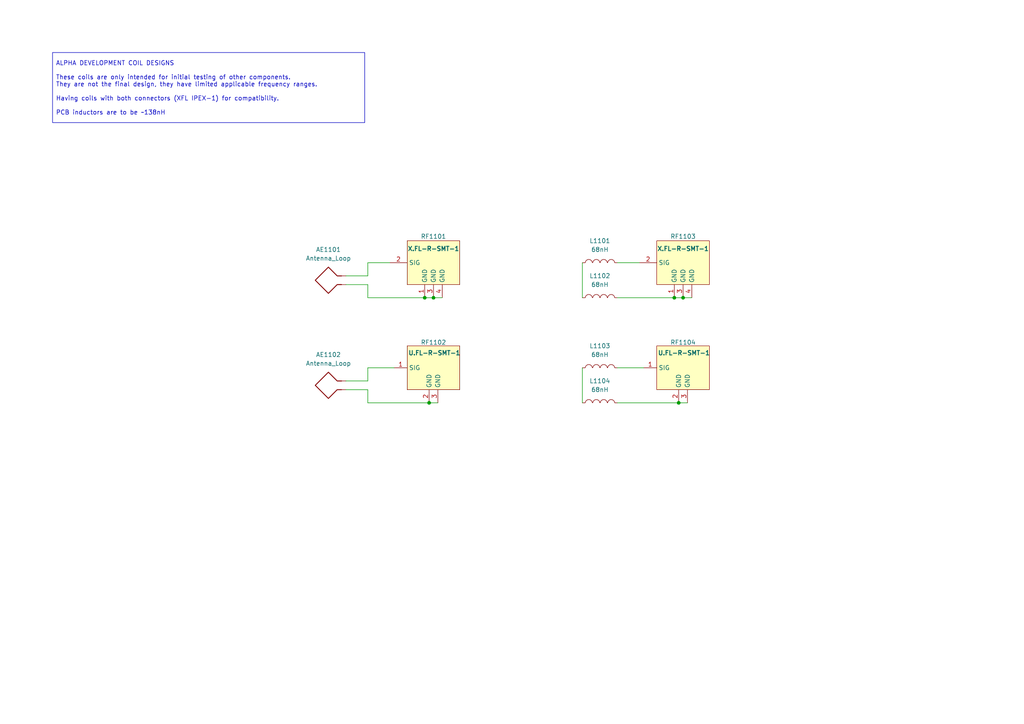
<source format=kicad_sch>
(kicad_sch (version 20250114) (generator "eeschema") (generator_version "9.0")
  (paper "A4")
  (title_block (rev "0") (company "Integrated BioElectronics Laboratory @ NYU Abu Dhabi") (comment 1 "Schematic developed by Hamza Anver"))
  (lib_symbols
    (symbol "Device:Antenna_Loop" (pin_numbers (hide yes)) (pin_names (offset 1.016) (hide yes))
      (property "Reference" "AE" (at 1.27 6.35 0))
      (property "Value" "Antenna_Loop" (at 1.27 5.08 0))
      (symbol "Antenna_Loop_0_1"
        (polyline (pts (xy 2.54 -3.81) (xy 2.54 -2.54) (xy 5.08 0) (xy 1.27 3.81) (xy -2.54 0) (xy 0 -2.54) (xy 0 -3.81)) (stroke (width 0.254)))
      )
      (symbol "Antenna_Loop_1_1"
        (pin input line (at 0 -5.08 90) (length 2.54) (name "~") (number "1"))
        (pin input line (at 2.54 -5.08 90) (length 2.54) (name "~") (number "2"))
      )
    )
    (symbol "easyeda2kicad:LQG18HN68NJ00D" (pin_numbers (hide yes)) (pin_names (hide yes))
      (property "Reference" "L" (at 0 5.08 0))
      (property "Value" "LQG18HN68NJ00D" (at 0 -5.08 0))
      (symbol "LQG18HN68NJ00D_0_1"
        (arc (start -2.27 -0.02) (mid -3.28 -0.9427) (end -4.29 -0.02))
        (arc (start -0.11 -0.02) (mid -1.12 -0.9471) (end -2.13 -0.02))
        (arc (start 2.04 -0.02) (mid 1.03 -0.9471) (end 0.02 -0.02))
        (arc (start 4.23 -0.02) (mid 3.22 -0.9471) (end 2.21 -0.02))
        (pin unspecified line (at -5.08 0 0) (length 0.762) (name "1") (number "1"))
        (pin unspecified line (at 5.08 0 180) (length 0.762) (name "2") (number "2"))
      )
    )
    (symbol "easyeda2kicad:U.FL-R-SMT-1(80)"
      (property "Reference" "JP901" (at 0 13.716 0))
      (property "Value" "U.FL-R-SMT-1" (at 0.254 10.668 0))
      (symbol "U.FL-R-SMT-1(80)_0_1"
        (rectangle (start -7.62 12.7) (end 7.62 0) (fill (type background)))
        (pin unspecified line (at -11.43 6.35 0) (length 3.81) (name "SIG") (number "1"))
        (pin unspecified line (at -1.27 -3.81 90) (length 3.81) (name "GND") (number "2"))
        (pin unspecified line (at 1.27 -3.81 90) (length 3.81) (name "GND") (number "3"))
      )
    )
    (symbol "easyeda2kicad:X.FL-R-SMT-1(80)"
      (property "Reference" "RF903" (at 0.254 10.922 0))
      (property "Value" "X.FL-R-SMT-1(80)" (at 0.254 8.382 0))
      (symbol "X.FL-R-SMT-1(80)_0_1"
        (rectangle (start -7.62 6.35) (end 7.62 -6.35) (fill (type background)))
        (pin unspecified line (at -12.7 0 0) (length 5.08) (name "SIG") (number "2"))
        (pin unspecified line (at -2.54 -10.16 90) (length 3.81) (name "GND") (number "1"))
        (pin unspecified line (at 0 -10.16 90) (length 3.81) (name "GND") (number "3"))
        (pin unspecified line (at 2.54 -10.16 90) (length 3.81) (name "GND") (number "4"))
      )
    )
  )
  (text_box "ALPHA DEVELOPMENT COIL DESIGNS\n\nThese coils are only intended for initial testing of other components.\nThey are not the final design, they have limited applicable frequency ranges.\n\nHaving coils with both connectors (XFL IPEX-1) for compatibility.\n\nPCB inductors are to be ~138nH\n\n" (at 15.24 15.24 0) (size 90.5448 20.32) (margins 0.9525 0.9525 0.9525 0.9525) (effects (font (size 1.27 1.27)) (justify left)))
  (junction (at 124.46 116.84))
  (junction (at 125.73 86.36))
  (junction (at 123.19 86.36))
  (junction (at 195.58 86.36))
  (junction (at 198.12 86.36))
  (junction (at 196.85 116.84))
  (wire (pts (xy 106.68 110.49) (xy 100.33 110.49)))
  (wire (pts (xy 106.68 76.2) (xy 113.03 76.2)))
  (wire (pts (xy 198.12 86.36) (xy 200.66 86.36)))
  (wire (pts (xy 106.68 113.03) (xy 106.68 116.84)))
  (wire (pts (xy 106.68 80.01) (xy 100.33 80.01)))
  (wire (pts (xy 179.07 116.84) (xy 196.85 116.84)))
  (wire (pts (xy 168.91 106.68) (xy 168.91 116.84)))
  (wire (pts (xy 106.68 76.2) (xy 106.68 80.01)))
  (wire (pts (xy 106.68 116.84) (xy 124.46 116.84)))
  (wire (pts (xy 106.68 82.55) (xy 106.68 86.36)))
  (wire (pts (xy 196.85 116.84) (xy 199.39 116.84)))
  (wire (pts (xy 195.58 86.36) (xy 198.12 86.36)))
  (wire (pts (xy 168.91 76.2) (xy 168.91 86.36)))
  (wire (pts (xy 106.68 113.03) (xy 100.33 113.03)))
  (wire (pts (xy 124.46 116.84) (xy 127 116.84)))
  (wire (pts (xy 179.07 86.36) (xy 195.58 86.36)))
  (wire (pts (xy 106.68 82.55) (xy 100.33 82.55)))
  (wire (pts (xy 125.73 86.36) (xy 128.27 86.36)))
  (wire (pts (xy 179.07 76.2) (xy 185.42 76.2)))
  (wire (pts (xy 106.68 106.68) (xy 106.68 110.49)))
  (wire (pts (xy 106.68 86.36) (xy 123.19 86.36)))
  (wire (pts (xy 106.68 106.68) (xy 114.3 106.68)))
  (wire (pts (xy 123.19 86.36) (xy 125.73 86.36)))
  (wire (pts (xy 179.07 106.68) (xy 186.69 106.68)))
  (symbol (lib_id "easyeda2kicad:X.FL-R-SMT-1(80)") (at 198.12 76.2 0) (unit 1)
    (property "Reference" "RF1103" (at 198.12 68.58 0))
    (property "Value" "X.FL-R-SMT-1" (at 198.12 72.136 0) (effects (font (thickness 0.254) (bold yes))))
    (property "Footprint" "easyeda2kicad:ANT-SMD_XFL-R-SMT-1" (effects (hide yes)))
    (property "Datasheet" "https://lcsc.com/product-detail/RF-Connectors-Coaxial-Connectors_Hirose-HRS-X-FL-R-SMT-1-80_C434819.html" (effects (hide yes)))
    (property "LCSC Part" "C434819" (effects (hide yes)))
    (property "MPN" "X.FL-R-SMT-1(80)" (effects (hide yes)))
  )
  (symbol (lib_id "easyeda2kicad:U.FL-R-SMT-1(80)") (at 125.73 113.03 0) (unit 1)
    (property "Reference" "RF1102" (at 125.73 99.314 0))
    (property "Value" "U.FL-R-SMT-1" (at 125.984 102.362 0) (effects (font (thickness 0.254) (bold yes))))
    (property "Footprint" "easyeda2kicad:RF-SMD_FRF05002-JSS103M" (effects (hide yes)))
    (property "Datasheet" "https://lcsc.com/product-detail/Connectors_HRS_U-FL-R-SMT-1-80_3310472280-IPE-XBoard-end-IPXConnector-SMD_C88374.html" (effects (hide yes)))
    (property "LCSC Part" "C88374" (effects (hide yes)))
  )
  (symbol (lib_id "easyeda2kicad:X.FL-R-SMT-1(80)") (at 125.73 76.2 0) (unit 1)
    (property "Reference" "RF1101" (at 125.73 68.58 0))
    (property "Value" "X.FL-R-SMT-1" (at 125.73 72.136 0) (effects (font (thickness 0.254) (bold yes))))
    (property "Footprint" "easyeda2kicad:ANT-SMD_XFL-R-SMT-1" (effects (hide yes)))
    (property "Datasheet" "https://lcsc.com/product-detail/RF-Connectors-Coaxial-Connectors_Hirose-HRS-X-FL-R-SMT-1-80_C434819.html" (effects (hide yes)))
    (property "LCSC Part" "C434819" (effects (hide yes)))
    (property "MPN" "X.FL-R-SMT-1(80)" (effects (hide yes)))
  )
  (symbol (lib_id "easyeda2kicad:U.FL-R-SMT-1(80)") (at 198.12 113.03 0) (unit 1)
    (property "Reference" "RF1104" (at 198.12 99.314 0))
    (property "Value" "U.FL-R-SMT-1" (at 198.374 102.362 0) (effects (font (thickness 0.254) (bold yes))))
    (property "Footprint" "easyeda2kicad:RF-SMD_FRF05002-JSS103M" (effects (hide yes)))
    (property "Datasheet" "https://lcsc.com/product-detail/Connectors_HRS_U-FL-R-SMT-1-80_3310472280-IPE-XBoard-end-IPXConnector-SMD_C88374.html" (effects (hide yes)))
    (property "LCSC Part" "C88374" (effects (hide yes)))
  )
  (symbol (lib_id "Device:Antenna_Loop") (at 95.25 113.03 90) (unit 1) (in_bom no)
    (property "Reference" "AE1102" (at 95.25 102.87 90))
    (property "Value" "Antenna_Loop" (at 95.25 105.41 90))
    (property "Footprint" "TxCoil:Tx_20x20_2t" (effects (hide yes)))
    (property "Description" "Loop antenna" (effects (hide yes)))
  )
  (symbol (lib_id "easyeda2kicad:LQG18HN68NJ00D") (at 173.99 116.84 180) (unit 1)
    (property "Reference" "L1104" (at 173.99 110.49 0))
    (property "Value" "68nH" (at 173.99 113.03 0))
    (property "Footprint" "easyeda2kicad:L0603" (effects (hide yes)))
    (property "Datasheet" "https://lcsc.com/product-detail/Inductors-SMD_MuRata_LQG18HN68NJ00D_68nH-5-400mA_C162555.html" (effects (hide yes)))
    (property "Description" "400mA 68nH ±5% 800mΩ 0603 Inductors (SMD) ROHS" (effects (hide yes)))
    (property "LCSC Part" "C162555" (effects (hide yes)))
    (property "MPN" "LQG18HN68NJ00D" (effects (hide yes)))
  )
  (symbol (lib_id "easyeda2kicad:LQG18HN68NJ00D") (at 173.99 86.36 180) (unit 1)
    (property "Reference" "L1102" (at 173.99 80.01 0))
    (property "Value" "68nH" (at 173.99 82.55 0))
    (property "Footprint" "easyeda2kicad:L0603" (effects (hide yes)))
    (property "Datasheet" "https://lcsc.com/product-detail/Inductors-SMD_MuRata_LQG18HN68NJ00D_68nH-5-400mA_C162555.html" (effects (hide yes)))
    (property "Description" "400mA 68nH ±5% 800mΩ 0603 Inductors (SMD) ROHS" (effects (hide yes)))
    (property "LCSC Part" "C162555" (effects (hide yes)))
    (property "MPN" "LQG18HN68NJ00D" (effects (hide yes)))
  )
  (symbol (lib_id "easyeda2kicad:LQG18HN68NJ00D") (at 173.99 106.68 180) (unit 1)
    (property "Reference" "L1103" (at 173.99 100.33 0))
    (property "Value" "68nH" (at 173.99 102.87 0))
    (property "Footprint" "easyeda2kicad:L0603" (effects (hide yes)))
    (property "Datasheet" "https://lcsc.com/product-detail/Inductors-SMD_MuRata_LQG18HN68NJ00D_68nH-5-400mA_C162555.html" (effects (hide yes)))
    (property "Description" "400mA 68nH ±5% 800mΩ 0603 Inductors (SMD) ROHS" (effects (hide yes)))
    (property "LCSC Part" "C162555" (effects (hide yes)))
    (property "MPN" "LQG18HN68NJ00D" (effects (hide yes)))
  )
  (symbol (lib_id "Device:Antenna_Loop") (at 95.25 82.55 90) (unit 1) (in_bom no)
    (property "Reference" "AE1101" (at 95.25 72.39 90))
    (property "Value" "Antenna_Loop" (at 95.25 74.93 90))
    (property "Footprint" "TxCoil:Tx_20x20_2t" (effects (hide yes)))
    (property "Description" "Loop antenna" (effects (hide yes)))
  )
  (symbol (lib_id "easyeda2kicad:LQG18HN68NJ00D") (at 173.99 76.2 180) (unit 1)
    (property "Reference" "L1101" (at 173.99 69.85 0))
    (property "Value" "68nH" (at 173.99 72.39 0))
    (property "Footprint" "easyeda2kicad:L0603" (effects (hide yes)))
    (property "Datasheet" "https://lcsc.com/product-detail/Inductors-SMD_MuRata_LQG18HN68NJ00D_68nH-5-400mA_C162555.html" (effects (hide yes)))
    (property "Description" "400mA 68nH ±5% 800mΩ 0603 Inductors (SMD) ROHS" (effects (hide yes)))
    (property "LCSC Part" "C162555" (effects (hide yes)))
    (property "MPN" "LQG18HN68NJ00D" (effects (hide yes)))
  )
)
</source>
